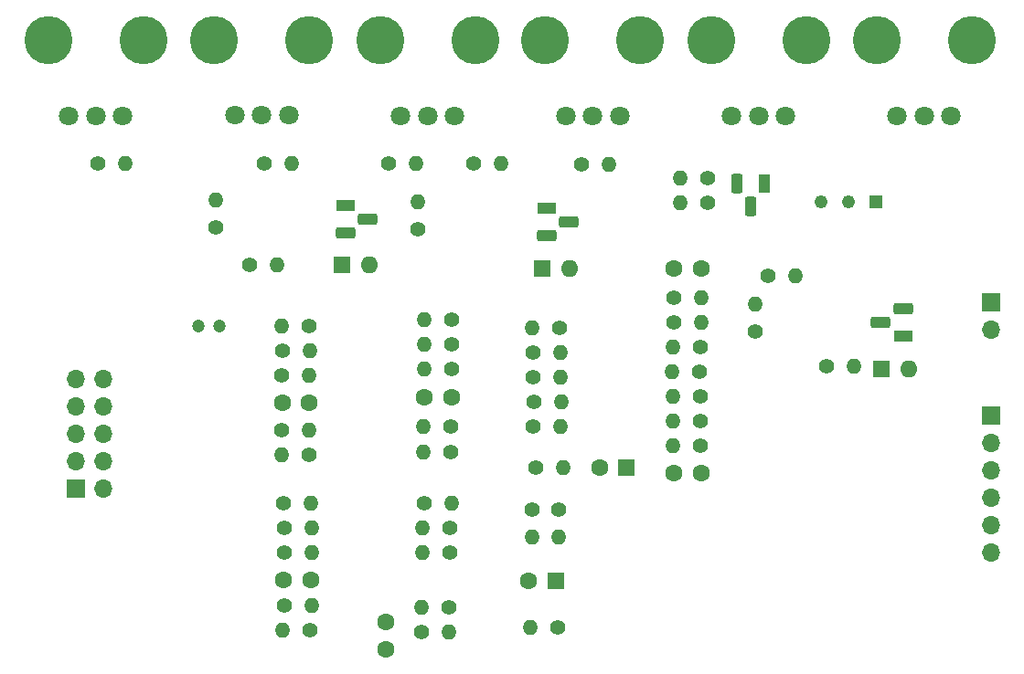
<source format=gbs>
%TF.GenerationSoftware,KiCad,Pcbnew,8.0.8*%
%TF.CreationDate,2025-06-29T12:52:17+09:00*%
%TF.ProjectId,VCFSeparate,56434653-6570-4617-9261-74652e6b6963,rev?*%
%TF.SameCoordinates,Original*%
%TF.FileFunction,Soldermask,Bot*%
%TF.FilePolarity,Negative*%
%FSLAX46Y46*%
G04 Gerber Fmt 4.6, Leading zero omitted, Abs format (unit mm)*
G04 Created by KiCad (PCBNEW 8.0.8) date 2025-06-29 12:52:17*
%MOMM*%
%LPD*%
G01*
G04 APERTURE LIST*
G04 Aperture macros list*
%AMRoundRect*
0 Rectangle with rounded corners*
0 $1 Rounding radius*
0 $2 $3 $4 $5 $6 $7 $8 $9 X,Y pos of 4 corners*
0 Add a 4 corners polygon primitive as box body*
4,1,4,$2,$3,$4,$5,$6,$7,$8,$9,$2,$3,0*
0 Add four circle primitives for the rounded corners*
1,1,$1+$1,$2,$3*
1,1,$1+$1,$4,$5*
1,1,$1+$1,$6,$7*
1,1,$1+$1,$8,$9*
0 Add four rect primitives between the rounded corners*
20,1,$1+$1,$2,$3,$4,$5,0*
20,1,$1+$1,$4,$5,$6,$7,0*
20,1,$1+$1,$6,$7,$8,$9,0*
20,1,$1+$1,$8,$9,$2,$3,0*%
G04 Aperture macros list end*
%ADD10C,1.600000*%
%ADD11C,1.400000*%
%ADD12O,1.400000X1.400000*%
%ADD13R,1.600000X1.600000*%
%ADD14O,1.600000X1.600000*%
%ADD15R,1.217000X1.217000*%
%ADD16C,1.217000*%
%ADD17R,1.700000X1.700000*%
%ADD18O,1.700000X1.700000*%
%ADD19C,1.800000*%
%ADD20C,4.455000*%
%ADD21R,1.800000X1.100000*%
%ADD22RoundRect,0.275000X0.625000X-0.275000X0.625000X0.275000X-0.625000X0.275000X-0.625000X-0.275000X0*%
%ADD23C,1.200000*%
%ADD24R,1.100000X1.800000*%
%ADD25RoundRect,0.275000X0.275000X0.625000X-0.275000X0.625000X-0.275000X-0.625000X0.275000X-0.625000X0*%
%ADD26RoundRect,0.275000X-0.625000X0.275000X-0.625000X-0.275000X0.625000X-0.275000X0.625000X0.275000X0*%
G04 APERTURE END LIST*
D10*
%TO.C,C5*%
X120374000Y-75184000D03*
X122874000Y-75184000D03*
%TD*%
D11*
%TO.C,R45*%
X127889000Y-62053000D03*
D12*
X127889000Y-59513000D03*
%TD*%
D11*
%TO.C,R7*%
X84074000Y-66167000D03*
D12*
X86614000Y-66167000D03*
%TD*%
D11*
%TO.C,R29*%
X123521000Y-50165000D03*
D12*
X120981000Y-50165000D03*
%TD*%
D13*
%TO.C,D2*%
X89633700Y-55880000D03*
D14*
X92173700Y-55880000D03*
%TD*%
D11*
%TO.C,R13*%
X99645000Y-80264000D03*
D12*
X97105000Y-80264000D03*
%TD*%
D10*
%TO.C,C1*%
X97252000Y-68199000D03*
X99752000Y-68199000D03*
%TD*%
D11*
%TO.C,R12*%
X99645000Y-82550000D03*
D12*
X97105000Y-82550000D03*
%TD*%
D13*
%TO.C,D3*%
X139538000Y-65532000D03*
D14*
X142078000Y-65532000D03*
%TD*%
D11*
%TO.C,R46*%
X134458000Y-65278000D03*
D12*
X136998000Y-65278000D03*
%TD*%
D11*
%TO.C,R38*%
X107569000Y-74676000D03*
D12*
X110109000Y-74676000D03*
%TD*%
D15*
%TO.C,VR1*%
X139065000Y-50038000D03*
D16*
X136525000Y-50038000D03*
X133985000Y-50038000D03*
%TD*%
D11*
%TO.C,R4*%
X99822000Y-60960000D03*
D12*
X97282000Y-60960000D03*
%TD*%
D11*
%TO.C,R17*%
X84251000Y-82550000D03*
D12*
X86791000Y-82550000D03*
%TD*%
D11*
%TO.C,R36*%
X122806000Y-68072000D03*
D12*
X120266000Y-68072000D03*
%TD*%
D13*
%TO.C,C7*%
X115988000Y-74676000D03*
D10*
X113488000Y-74676000D03*
%TD*%
D11*
%TO.C,R26*%
X111810000Y-46609000D03*
D12*
X114350000Y-46609000D03*
%TD*%
D17*
%TO.C,J3*%
X149733000Y-59314000D03*
D18*
X149733000Y-61854000D03*
%TD*%
D11*
%TO.C,R20*%
X107362000Y-66294000D03*
D12*
X109902000Y-66294000D03*
%TD*%
D11*
%TO.C,R37*%
X122806000Y-70358000D03*
D12*
X120266000Y-70358000D03*
%TD*%
D11*
%TO.C,R6*%
X99695000Y-73279000D03*
D12*
X97155000Y-73279000D03*
%TD*%
D11*
%TO.C,R39*%
X96647000Y-52578000D03*
D12*
X96647000Y-50038000D03*
%TD*%
D11*
%TO.C,R22*%
X107377000Y-68580000D03*
D12*
X109917000Y-68580000D03*
%TD*%
D11*
%TO.C,R16*%
X84201000Y-77978000D03*
D12*
X86741000Y-77978000D03*
%TD*%
D10*
%TO.C,C4*%
X86741000Y-85090000D03*
X84241000Y-85090000D03*
%TD*%
D11*
%TO.C,R3*%
X99695000Y-70866000D03*
D12*
X97155000Y-70866000D03*
%TD*%
D11*
%TO.C,R9*%
X84074000Y-71247000D03*
D12*
X86614000Y-71247000D03*
%TD*%
D10*
%TO.C,C3*%
X93726000Y-89027000D03*
X93726000Y-91527000D03*
%TD*%
D11*
%TO.C,R35*%
X120334000Y-58928000D03*
D12*
X122874000Y-58928000D03*
%TD*%
D19*
%TO.C,VR7*%
X141055000Y-42052000D03*
X143555000Y-42052000D03*
X146055000Y-42052000D03*
D20*
X139155000Y-35052000D03*
X147955000Y-35052000D03*
%TD*%
D11*
%TO.C,R8*%
X84124000Y-63881000D03*
D12*
X86664000Y-63881000D03*
%TD*%
D11*
%TO.C,R43*%
X82423000Y-46482000D03*
D12*
X84963000Y-46482000D03*
%TD*%
D21*
%TO.C,Q4*%
X141589000Y-62484000D03*
D22*
X139519000Y-61214000D03*
X141589000Y-59944000D03*
%TD*%
D11*
%TO.C,R23*%
X107327000Y-70866000D03*
D12*
X109867000Y-70866000D03*
%TD*%
D11*
%TO.C,R34*%
X122824000Y-72644000D03*
D12*
X120284000Y-72644000D03*
%TD*%
D13*
%TO.C,D1*%
X108204000Y-56261000D03*
D14*
X110744000Y-56261000D03*
%TD*%
D11*
%TO.C,R11*%
X97282000Y-77978000D03*
D12*
X99822000Y-77978000D03*
%TD*%
D13*
%TO.C,C9*%
X109424000Y-85217000D03*
D10*
X106924000Y-85217000D03*
%TD*%
D11*
%TO.C,R2*%
X99772000Y-63246000D03*
D12*
X97232000Y-63246000D03*
%TD*%
D11*
%TO.C,R42*%
X81111000Y-55880000D03*
D12*
X83651000Y-55880000D03*
%TD*%
D11*
%TO.C,R24*%
X84251000Y-87503000D03*
D12*
X86791000Y-87503000D03*
%TD*%
D17*
%TO.C,J1*%
X149733000Y-69850000D03*
D18*
X149733000Y-72390000D03*
X149733000Y-74930000D03*
X149733000Y-77470000D03*
X149733000Y-80010000D03*
X149733000Y-82550000D03*
%TD*%
D11*
%TO.C,R47*%
X109678000Y-78613000D03*
D12*
X109678000Y-81153000D03*
%TD*%
D17*
%TO.C,J2*%
X65000000Y-76620000D03*
D18*
X67540000Y-76620000D03*
X65000000Y-74080000D03*
X67540000Y-74080000D03*
X65000000Y-71540000D03*
X67540000Y-71540000D03*
X65000000Y-69000000D03*
X67540000Y-69000000D03*
X65000000Y-66460000D03*
X67540000Y-66460000D03*
%TD*%
D23*
%TO.C,C8*%
X76297000Y-61595000D03*
X78297000Y-61595000D03*
%TD*%
D11*
%TO.C,R1*%
X99772000Y-65532000D03*
D12*
X97232000Y-65532000D03*
%TD*%
D11*
%TO.C,R18*%
X84251000Y-80264000D03*
D12*
X86791000Y-80264000D03*
%TD*%
D11*
%TO.C,R44*%
X129047000Y-56896000D03*
D12*
X131587000Y-56896000D03*
%TD*%
D11*
%TO.C,R48*%
X107265000Y-78613000D03*
D12*
X107265000Y-81153000D03*
%TD*%
D19*
%TO.C,VR4*%
X110358000Y-42052000D03*
X112858000Y-42052000D03*
X115358000Y-42052000D03*
D20*
X108458000Y-35052000D03*
X117258000Y-35052000D03*
%TD*%
D19*
%TO.C,VR2*%
X125725000Y-42052000D03*
X128225000Y-42052000D03*
X130725000Y-42052000D03*
D20*
X123825000Y-35052000D03*
X132625000Y-35052000D03*
%TD*%
D11*
%TO.C,R21*%
X109802000Y-61722000D03*
D12*
X107262000Y-61722000D03*
%TD*%
D10*
%TO.C,C2*%
X86594000Y-68707000D03*
X84094000Y-68707000D03*
%TD*%
D24*
%TO.C,Q1*%
X128728000Y-48368000D03*
D25*
X127458000Y-50438000D03*
X126188000Y-48368000D03*
%TD*%
D19*
%TO.C,VR5*%
X64347000Y-42052000D03*
X66847000Y-42052000D03*
X69347000Y-42052000D03*
D20*
X62447000Y-35052000D03*
X71247000Y-35052000D03*
%TD*%
D11*
%TO.C,R49*%
X109628000Y-89535000D03*
D12*
X107088000Y-89535000D03*
%TD*%
D11*
%TO.C,R25*%
X93980000Y-46482000D03*
D12*
X96520000Y-46482000D03*
%TD*%
D19*
%TO.C,VR6*%
X79714000Y-42040000D03*
X82214000Y-42040000D03*
X84714000Y-42040000D03*
D20*
X77814000Y-35040000D03*
X86614000Y-35040000D03*
%TD*%
D11*
%TO.C,R30*%
X86691000Y-89789000D03*
D12*
X84151000Y-89789000D03*
%TD*%
D21*
%TO.C,Q3*%
X89967000Y-50419000D03*
D26*
X92037000Y-51689000D03*
X89967000Y-52959000D03*
%TD*%
D11*
%TO.C,R10*%
X86564000Y-73533000D03*
D12*
X84024000Y-73533000D03*
%TD*%
D11*
%TO.C,R5*%
X86564000Y-61595000D03*
D12*
X84024000Y-61595000D03*
%TD*%
D11*
%TO.C,R14*%
X99518000Y-87630000D03*
D12*
X96978000Y-87630000D03*
%TD*%
D21*
%TO.C,Q2*%
X108566000Y-50673000D03*
D26*
X110636000Y-51943000D03*
X108566000Y-53213000D03*
%TD*%
D11*
%TO.C,R40*%
X101854000Y-46482000D03*
D12*
X104394000Y-46482000D03*
%TD*%
D11*
%TO.C,R28*%
X123521000Y-47879000D03*
D12*
X120981000Y-47879000D03*
%TD*%
D11*
%TO.C,R32*%
X122729000Y-65786000D03*
D12*
X120189000Y-65786000D03*
%TD*%
D11*
%TO.C,R31*%
X120366000Y-61214000D03*
D12*
X122906000Y-61214000D03*
%TD*%
D10*
%TO.C,C6*%
X120374000Y-56261000D03*
X122874000Y-56261000D03*
%TD*%
D11*
%TO.C,R41*%
X77978000Y-52451000D03*
D12*
X77978000Y-49911000D03*
%TD*%
D11*
%TO.C,R33*%
X122806000Y-63500000D03*
D12*
X120266000Y-63500000D03*
%TD*%
D11*
%TO.C,R19*%
X107362000Y-64008000D03*
D12*
X109902000Y-64008000D03*
%TD*%
D19*
%TO.C,VR3*%
X95081000Y-42052000D03*
X97581000Y-42052000D03*
X100081000Y-42052000D03*
D20*
X93181000Y-35052000D03*
X101981000Y-35052000D03*
%TD*%
D11*
%TO.C,R27*%
X66979000Y-46482000D03*
D12*
X69519000Y-46482000D03*
%TD*%
D11*
%TO.C,R15*%
X97028000Y-89916000D03*
D12*
X99568000Y-89916000D03*
%TD*%
M02*

</source>
